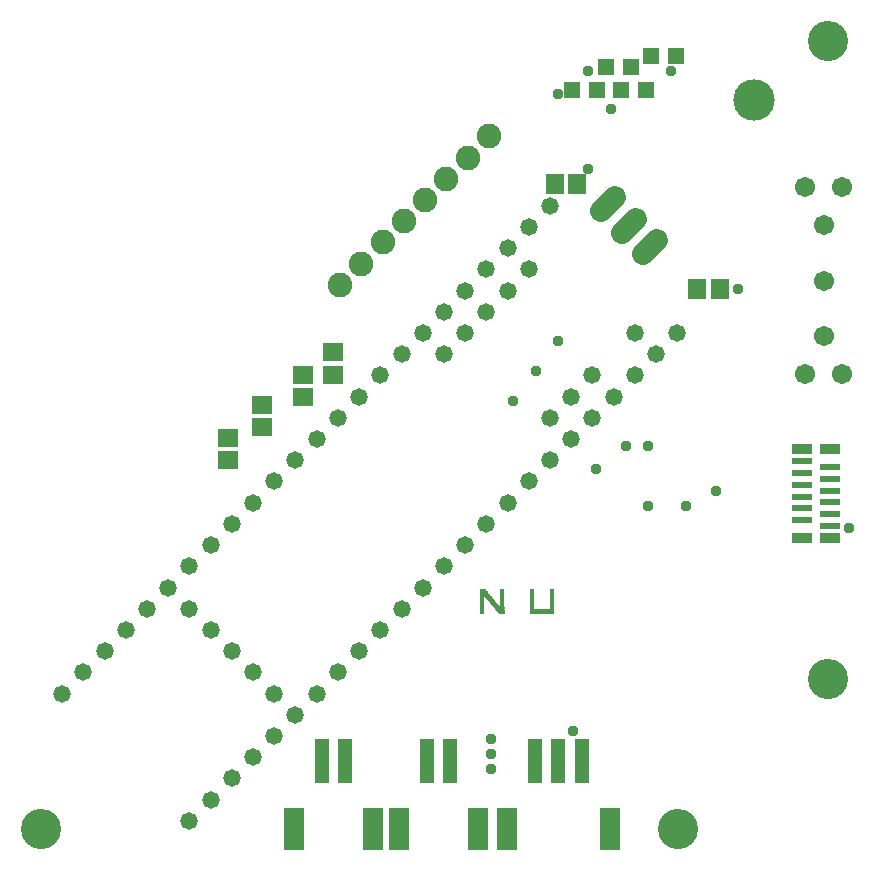
<source format=gts>
G04 EAGLE Gerber RS-274X export*
G75*
%MOMM*%
%FSLAX34Y34*%
%LPD*%
%INTop Solder Mask*%
%IPPOS*%
%AMOC8*
5,1,8,0,0,1.08239X$1,22.5*%
G01*
%ADD10R,0.406400X0.010156*%
%ADD11R,0.416556X0.010156*%
%ADD12R,2.092956X0.010156*%
%ADD13R,0.386081X0.010156*%
%ADD14R,0.386081X0.010162*%
%ADD15R,0.426719X0.010162*%
%ADD16R,2.092956X0.010162*%
%ADD17R,0.436881X0.010156*%
%ADD18R,0.447038X0.010156*%
%ADD19R,0.457200X0.010156*%
%ADD20R,0.467356X0.010156*%
%ADD21R,0.477519X0.010162*%
%ADD22R,0.477519X0.010156*%
%ADD23R,0.487681X0.010156*%
%ADD24R,0.497838X0.010156*%
%ADD25R,0.508000X0.010156*%
%ADD26R,0.508000X0.010162*%
%ADD27R,0.518156X0.010156*%
%ADD28R,0.528319X0.010156*%
%ADD29R,0.538481X0.010156*%
%ADD30R,0.548638X0.010156*%
%ADD31R,0.558800X0.010162*%
%ADD32R,0.558800X0.010156*%
%ADD33R,0.568956X0.010156*%
%ADD34R,0.579119X0.010156*%
%ADD35R,0.589281X0.010156*%
%ADD36R,0.599438X0.010162*%
%ADD37R,0.609600X0.010156*%
%ADD38R,0.619756X0.010156*%
%ADD39R,0.629919X0.010156*%
%ADD40R,0.640081X0.010156*%
%ADD41R,0.650238X0.010162*%
%ADD42R,0.650238X0.010156*%
%ADD43R,0.660400X0.010156*%
%ADD44R,0.670556X0.010156*%
%ADD45R,0.680719X0.010156*%
%ADD46R,0.690881X0.010162*%
%ADD47R,0.701037X0.010156*%
%ADD48R,0.711200X0.010156*%
%ADD49R,0.721356X0.010156*%
%ADD50R,0.731519X0.010156*%
%ADD51R,0.731519X0.010162*%
%ADD52R,0.741681X0.010156*%
%ADD53R,0.751838X0.010156*%
%ADD54R,0.396238X0.010156*%
%ADD55R,0.762000X0.010156*%
%ADD56R,0.772156X0.010156*%
%ADD57R,0.782319X0.010162*%
%ADD58R,0.406400X0.010162*%
%ADD59R,0.396238X0.010162*%
%ADD60R,0.792481X0.010156*%
%ADD61R,0.802638X0.010156*%
%ADD62R,0.812800X0.010156*%
%ADD63R,0.822956X0.010162*%
%ADD64R,0.833119X0.010156*%
%ADD65R,0.843281X0.010156*%
%ADD66R,0.853438X0.010156*%
%ADD67R,0.863600X0.010156*%
%ADD68R,0.873756X0.010162*%
%ADD69R,0.873756X0.010156*%
%ADD70R,0.883919X0.010156*%
%ADD71R,0.894081X0.010156*%
%ADD72R,0.904238X0.010156*%
%ADD73R,0.914400X0.010162*%
%ADD74R,0.924556X0.010156*%
%ADD75R,0.518162X0.010156*%
%ADD76R,0.518156X0.010162*%
%ADD77R,0.518162X0.010162*%
%ADD78R,0.528319X0.010162*%
%ADD79R,0.944881X0.010162*%
%ADD80R,0.934719X0.010156*%
%ADD81R,0.914400X0.010156*%
%ADD82R,0.904238X0.010162*%
%ADD83R,0.853438X0.010162*%
%ADD84R,0.822956X0.010156*%
%ADD85R,0.812800X0.010162*%
%ADD86R,0.782319X0.010156*%
%ADD87R,0.762000X0.010162*%
%ADD88R,0.721356X0.010162*%
%ADD89R,0.690881X0.010156*%
%ADD90R,0.670556X0.010162*%
%ADD91R,0.640081X0.010162*%
%ADD92R,0.467356X0.010162*%
%ADD93R,0.426719X0.010156*%
%ADD94R,1.403200X1.403200*%
%ADD95C,1.473200*%
%ADD96C,3.403200*%
%ADD97R,1.203200X3.703200*%
%ADD98R,1.703200X3.603200*%
%ADD99R,1.703200X1.503200*%
%ADD100R,1.803400X0.609600*%
%ADD101R,1.803400X0.812800*%
%ADD102C,1.711200*%
%ADD103C,1.879600*%
%ADD104C,3.505200*%
%ADD105R,1.503200X1.703200*%
%ADD106C,2.082800*%
%ADD107C,0.959600*%


D10*
X405435Y213055D03*
D11*
X422250Y213055D03*
D12*
X456032Y213055D03*
D13*
X405435Y213157D03*
D11*
X422148Y213157D03*
D12*
X456032Y213157D03*
D13*
X405435Y213258D03*
D11*
X422148Y213258D03*
D12*
X456032Y213258D03*
D14*
X405435Y213360D03*
D15*
X422097Y213360D03*
D16*
X456032Y213360D03*
D13*
X405435Y213462D03*
D17*
X422046Y213462D03*
D12*
X456032Y213462D03*
D13*
X405435Y213563D03*
D18*
X421996Y213563D03*
D12*
X456032Y213563D03*
D13*
X405435Y213665D03*
D19*
X421945Y213665D03*
D12*
X456032Y213665D03*
D13*
X405435Y213766D03*
D20*
X421894Y213766D03*
D12*
X456032Y213766D03*
D14*
X405435Y213868D03*
D21*
X421843Y213868D03*
D16*
X456032Y213868D03*
D13*
X405435Y213970D03*
D22*
X421843Y213970D03*
D12*
X456032Y213970D03*
D13*
X405435Y214071D03*
D23*
X421792Y214071D03*
D12*
X456032Y214071D03*
D13*
X405435Y214173D03*
D24*
X421742Y214173D03*
D12*
X456032Y214173D03*
D13*
X405435Y214274D03*
D25*
X421691Y214274D03*
D12*
X456032Y214274D03*
D14*
X405435Y214376D03*
D26*
X421691Y214376D03*
D16*
X456032Y214376D03*
D13*
X405435Y214478D03*
D27*
X421640Y214478D03*
D12*
X456032Y214478D03*
D13*
X405435Y214579D03*
D28*
X421589Y214579D03*
D12*
X456032Y214579D03*
D13*
X405435Y214681D03*
D29*
X421538Y214681D03*
D12*
X456032Y214681D03*
D13*
X405435Y214782D03*
D30*
X421488Y214782D03*
D12*
X456032Y214782D03*
D14*
X405435Y214884D03*
D31*
X421437Y214884D03*
D16*
X456032Y214884D03*
D13*
X405435Y214986D03*
D32*
X421437Y214986D03*
D12*
X456032Y214986D03*
D13*
X405435Y215087D03*
D33*
X421386Y215087D03*
D12*
X456032Y215087D03*
D13*
X405435Y215189D03*
D34*
X421335Y215189D03*
D12*
X456032Y215189D03*
D13*
X405435Y215290D03*
D35*
X421284Y215290D03*
D12*
X456032Y215290D03*
D14*
X405435Y215392D03*
D36*
X421234Y215392D03*
D16*
X456032Y215392D03*
D13*
X405435Y215494D03*
D37*
X421183Y215494D03*
D12*
X456032Y215494D03*
D13*
X405435Y215595D03*
D38*
X421132Y215595D03*
D12*
X456032Y215595D03*
D13*
X405435Y215697D03*
D39*
X421081Y215697D03*
D12*
X456032Y215697D03*
D13*
X405435Y215798D03*
D40*
X421030Y215798D03*
D12*
X456032Y215798D03*
D14*
X405435Y215900D03*
D41*
X420980Y215900D03*
D16*
X456032Y215900D03*
D13*
X405435Y216002D03*
D42*
X420980Y216002D03*
D12*
X456032Y216002D03*
D13*
X405435Y216103D03*
D43*
X420929Y216103D03*
D12*
X456032Y216103D03*
D13*
X405435Y216205D03*
D44*
X420878Y216205D03*
D12*
X456032Y216205D03*
D13*
X405435Y216306D03*
D45*
X420827Y216306D03*
D12*
X456032Y216306D03*
D14*
X405435Y216408D03*
D46*
X420776Y216408D03*
D16*
X456032Y216408D03*
D13*
X405435Y216510D03*
D47*
X420726Y216510D03*
D12*
X456032Y216510D03*
D13*
X405435Y216611D03*
D48*
X420675Y216611D03*
D12*
X456032Y216611D03*
D13*
X405435Y216713D03*
D49*
X420624Y216713D03*
D12*
X456032Y216713D03*
D13*
X405435Y216814D03*
D50*
X420573Y216814D03*
D12*
X456032Y216814D03*
D14*
X405435Y216916D03*
D51*
X420573Y216916D03*
D16*
X456032Y216916D03*
D13*
X405435Y217018D03*
D52*
X420522Y217018D03*
D12*
X456032Y217018D03*
D13*
X405435Y217119D03*
D53*
X420472Y217119D03*
D10*
X447599Y217119D03*
D54*
X464515Y217119D03*
D13*
X405435Y217221D03*
D55*
X420421Y217221D03*
D10*
X447599Y217221D03*
D54*
X464515Y217221D03*
D13*
X405435Y217322D03*
D56*
X420370Y217322D03*
D10*
X447599Y217322D03*
D54*
X464515Y217322D03*
D14*
X405435Y217424D03*
D57*
X420319Y217424D03*
D58*
X447599Y217424D03*
D59*
X464515Y217424D03*
D13*
X405435Y217526D03*
D60*
X420268Y217526D03*
D10*
X447599Y217526D03*
D54*
X464515Y217526D03*
D13*
X405435Y217627D03*
D61*
X420218Y217627D03*
D10*
X447599Y217627D03*
D54*
X464515Y217627D03*
D13*
X405435Y217729D03*
D62*
X420167Y217729D03*
D10*
X447599Y217729D03*
D54*
X464515Y217729D03*
D13*
X405435Y217830D03*
D62*
X420167Y217830D03*
D10*
X447599Y217830D03*
D54*
X464515Y217830D03*
D14*
X405435Y217932D03*
D63*
X420116Y217932D03*
D58*
X447599Y217932D03*
D59*
X464515Y217932D03*
D13*
X405435Y218034D03*
D64*
X420065Y218034D03*
D10*
X447599Y218034D03*
D54*
X464515Y218034D03*
D13*
X405435Y218135D03*
D65*
X420014Y218135D03*
D10*
X447599Y218135D03*
D54*
X464515Y218135D03*
D13*
X405435Y218237D03*
D66*
X419964Y218237D03*
D10*
X447599Y218237D03*
D54*
X464515Y218237D03*
D13*
X405435Y218338D03*
D67*
X419913Y218338D03*
D10*
X447599Y218338D03*
D54*
X464515Y218338D03*
D14*
X405435Y218440D03*
D68*
X419862Y218440D03*
D58*
X447599Y218440D03*
D59*
X464515Y218440D03*
D13*
X405435Y218542D03*
D69*
X419862Y218542D03*
D10*
X447599Y218542D03*
D54*
X464515Y218542D03*
D13*
X405435Y218643D03*
D70*
X419811Y218643D03*
D10*
X447599Y218643D03*
D54*
X464515Y218643D03*
D13*
X405435Y218745D03*
D71*
X419760Y218745D03*
D10*
X447599Y218745D03*
D54*
X464515Y218745D03*
D13*
X405435Y218846D03*
D72*
X419710Y218846D03*
D10*
X447599Y218846D03*
D54*
X464515Y218846D03*
D14*
X405435Y218948D03*
D73*
X419659Y218948D03*
D58*
X447599Y218948D03*
D59*
X464515Y218948D03*
D13*
X405435Y219050D03*
D74*
X419608Y219050D03*
D10*
X447599Y219050D03*
D54*
X464515Y219050D03*
D13*
X405435Y219151D03*
D25*
X417424Y219151D03*
D54*
X422250Y219151D03*
D10*
X447599Y219151D03*
D54*
X464515Y219151D03*
D13*
X405435Y219253D03*
D25*
X417424Y219253D03*
D54*
X422250Y219253D03*
D10*
X447599Y219253D03*
D54*
X464515Y219253D03*
D13*
X405435Y219354D03*
D25*
X417322Y219354D03*
D54*
X422250Y219354D03*
D10*
X447599Y219354D03*
D54*
X464515Y219354D03*
D14*
X405435Y219456D03*
D26*
X417220Y219456D03*
D59*
X422250Y219456D03*
D58*
X447599Y219456D03*
D59*
X464515Y219456D03*
D13*
X405435Y219558D03*
D25*
X417119Y219558D03*
D54*
X422250Y219558D03*
D10*
X447599Y219558D03*
D54*
X464515Y219558D03*
D13*
X405435Y219659D03*
D25*
X417017Y219659D03*
D54*
X422250Y219659D03*
D10*
X447599Y219659D03*
D54*
X464515Y219659D03*
D13*
X405435Y219761D03*
D75*
X416966Y219761D03*
D54*
X422250Y219761D03*
D10*
X447599Y219761D03*
D54*
X464515Y219761D03*
D13*
X405435Y219862D03*
D27*
X416865Y219862D03*
D54*
X422250Y219862D03*
D10*
X447599Y219862D03*
D54*
X464515Y219862D03*
D14*
X405435Y219964D03*
D76*
X416763Y219964D03*
D59*
X422250Y219964D03*
D58*
X447599Y219964D03*
D59*
X464515Y219964D03*
D13*
X405435Y220066D03*
D25*
X416712Y220066D03*
D54*
X422250Y220066D03*
D10*
X447599Y220066D03*
D54*
X464515Y220066D03*
D13*
X405435Y220167D03*
D25*
X416611Y220167D03*
D54*
X422250Y220167D03*
D10*
X447599Y220167D03*
D54*
X464515Y220167D03*
D13*
X405435Y220269D03*
D25*
X416509Y220269D03*
D54*
X422250Y220269D03*
D10*
X447599Y220269D03*
D54*
X464515Y220269D03*
D13*
X405435Y220370D03*
D25*
X416408Y220370D03*
D54*
X422250Y220370D03*
D10*
X447599Y220370D03*
D54*
X464515Y220370D03*
D14*
X405435Y220472D03*
D76*
X416357Y220472D03*
D59*
X422250Y220472D03*
D58*
X447599Y220472D03*
D59*
X464515Y220472D03*
D13*
X405435Y220574D03*
D27*
X416255Y220574D03*
D54*
X422250Y220574D03*
D10*
X447599Y220574D03*
D54*
X464515Y220574D03*
D13*
X405435Y220675D03*
D27*
X416154Y220675D03*
D54*
X422250Y220675D03*
D10*
X447599Y220675D03*
D54*
X464515Y220675D03*
D13*
X405435Y220777D03*
D27*
X416052Y220777D03*
D54*
X422250Y220777D03*
D10*
X447599Y220777D03*
D54*
X464515Y220777D03*
D13*
X405435Y220878D03*
D25*
X416001Y220878D03*
D54*
X422250Y220878D03*
D10*
X447599Y220878D03*
D54*
X464515Y220878D03*
D14*
X405435Y220980D03*
D26*
X415900Y220980D03*
D59*
X422250Y220980D03*
D58*
X447599Y220980D03*
D59*
X464515Y220980D03*
D13*
X405435Y221082D03*
D25*
X415798Y221082D03*
D54*
X422250Y221082D03*
D10*
X447599Y221082D03*
D54*
X464515Y221082D03*
D13*
X405435Y221183D03*
D27*
X415747Y221183D03*
D54*
X422250Y221183D03*
D10*
X447599Y221183D03*
D54*
X464515Y221183D03*
D13*
X405435Y221285D03*
D27*
X415646Y221285D03*
D54*
X422250Y221285D03*
D10*
X447599Y221285D03*
D54*
X464515Y221285D03*
D13*
X405435Y221386D03*
D27*
X415544Y221386D03*
D54*
X422250Y221386D03*
D10*
X447599Y221386D03*
D54*
X464515Y221386D03*
D14*
X405435Y221488D03*
D77*
X415442Y221488D03*
D59*
X422250Y221488D03*
D58*
X447599Y221488D03*
D59*
X464515Y221488D03*
D13*
X405435Y221590D03*
D27*
X415341Y221590D03*
D54*
X422250Y221590D03*
D10*
X447599Y221590D03*
D54*
X464515Y221590D03*
D13*
X405435Y221691D03*
D27*
X415239Y221691D03*
D54*
X422250Y221691D03*
D10*
X447599Y221691D03*
D54*
X464515Y221691D03*
D13*
X405435Y221793D03*
D27*
X415239Y221793D03*
D54*
X422250Y221793D03*
D10*
X447599Y221793D03*
D54*
X464515Y221793D03*
D13*
X405435Y221894D03*
D27*
X415138Y221894D03*
D54*
X422250Y221894D03*
D10*
X447599Y221894D03*
D54*
X464515Y221894D03*
D14*
X405435Y221996D03*
D76*
X415036Y221996D03*
D59*
X422250Y221996D03*
D58*
X447599Y221996D03*
D59*
X464515Y221996D03*
D13*
X405435Y222098D03*
D75*
X414934Y222098D03*
D54*
X422250Y222098D03*
D10*
X447599Y222098D03*
D54*
X464515Y222098D03*
D13*
X405435Y222199D03*
D27*
X414833Y222199D03*
D54*
X422250Y222199D03*
D10*
X447599Y222199D03*
D54*
X464515Y222199D03*
D13*
X405435Y222301D03*
D27*
X414731Y222301D03*
D54*
X422250Y222301D03*
D10*
X447599Y222301D03*
D54*
X464515Y222301D03*
D13*
X405435Y222402D03*
D25*
X414680Y222402D03*
D54*
X422250Y222402D03*
D10*
X447599Y222402D03*
D54*
X464515Y222402D03*
D14*
X405435Y222504D03*
D76*
X414630Y222504D03*
D59*
X422250Y222504D03*
D58*
X447599Y222504D03*
D59*
X464515Y222504D03*
D13*
X405435Y222606D03*
D27*
X414528Y222606D03*
D54*
X422250Y222606D03*
D10*
X447599Y222606D03*
D54*
X464515Y222606D03*
D13*
X405435Y222707D03*
D75*
X414426Y222707D03*
D54*
X422250Y222707D03*
D10*
X447599Y222707D03*
D54*
X464515Y222707D03*
D13*
X405435Y222809D03*
D28*
X414376Y222809D03*
D54*
X422250Y222809D03*
D10*
X447599Y222809D03*
D54*
X464515Y222809D03*
D13*
X405435Y222910D03*
D28*
X414274Y222910D03*
D54*
X422250Y222910D03*
D10*
X447599Y222910D03*
D54*
X464515Y222910D03*
D14*
X405435Y223012D03*
D76*
X414223Y223012D03*
D59*
X422250Y223012D03*
D58*
X447599Y223012D03*
D59*
X464515Y223012D03*
D13*
X405435Y223114D03*
D27*
X414122Y223114D03*
D54*
X422250Y223114D03*
D10*
X447599Y223114D03*
D54*
X464515Y223114D03*
D13*
X405435Y223215D03*
D27*
X414020Y223215D03*
D54*
X422250Y223215D03*
D10*
X447599Y223215D03*
D54*
X464515Y223215D03*
D13*
X405435Y223317D03*
D75*
X413918Y223317D03*
D54*
X422250Y223317D03*
D10*
X447599Y223317D03*
D54*
X464515Y223317D03*
D13*
X405435Y223418D03*
D27*
X413817Y223418D03*
D54*
X422250Y223418D03*
D10*
X447599Y223418D03*
D54*
X464515Y223418D03*
D14*
X405435Y223520D03*
D76*
X413715Y223520D03*
D59*
X422250Y223520D03*
D58*
X447599Y223520D03*
D59*
X464515Y223520D03*
D13*
X405435Y223622D03*
D27*
X413614Y223622D03*
D54*
X422250Y223622D03*
D10*
X447599Y223622D03*
D54*
X464515Y223622D03*
D13*
X405435Y223723D03*
D27*
X413512Y223723D03*
D54*
X422250Y223723D03*
D10*
X447599Y223723D03*
D54*
X464515Y223723D03*
D13*
X405435Y223825D03*
D28*
X413461Y223825D03*
D54*
X422250Y223825D03*
D10*
X447599Y223825D03*
D54*
X464515Y223825D03*
D13*
X405435Y223926D03*
D75*
X413410Y223926D03*
D54*
X422250Y223926D03*
D10*
X447599Y223926D03*
D54*
X464515Y223926D03*
D14*
X405435Y224028D03*
D76*
X413309Y224028D03*
D59*
X422250Y224028D03*
D58*
X447599Y224028D03*
D59*
X464515Y224028D03*
D13*
X405435Y224130D03*
D27*
X413207Y224130D03*
D54*
X422250Y224130D03*
D10*
X447599Y224130D03*
D54*
X464515Y224130D03*
D13*
X405435Y224231D03*
D27*
X413106Y224231D03*
D54*
X422250Y224231D03*
D10*
X447599Y224231D03*
D54*
X464515Y224231D03*
D13*
X405435Y224333D03*
D27*
X413004Y224333D03*
D54*
X422250Y224333D03*
D10*
X447599Y224333D03*
D54*
X464515Y224333D03*
D13*
X405435Y224434D03*
D75*
X412902Y224434D03*
D54*
X422250Y224434D03*
D10*
X447599Y224434D03*
D54*
X464515Y224434D03*
D14*
X405435Y224536D03*
D78*
X412852Y224536D03*
D59*
X422250Y224536D03*
D58*
X447599Y224536D03*
D59*
X464515Y224536D03*
D13*
X405435Y224638D03*
D28*
X412750Y224638D03*
D54*
X422250Y224638D03*
D10*
X447599Y224638D03*
D54*
X464515Y224638D03*
D13*
X405435Y224739D03*
D28*
X412648Y224739D03*
D54*
X422250Y224739D03*
D10*
X447599Y224739D03*
D54*
X464515Y224739D03*
D13*
X405435Y224841D03*
D28*
X412547Y224841D03*
D54*
X422250Y224841D03*
D10*
X447599Y224841D03*
D54*
X464515Y224841D03*
D13*
X405435Y224942D03*
D28*
X412445Y224942D03*
D54*
X422250Y224942D03*
D10*
X447599Y224942D03*
D54*
X464515Y224942D03*
D14*
X405435Y225044D03*
D77*
X412394Y225044D03*
D59*
X422250Y225044D03*
D58*
X447599Y225044D03*
D59*
X464515Y225044D03*
D13*
X405435Y225146D03*
D28*
X412344Y225146D03*
D54*
X422250Y225146D03*
D10*
X447599Y225146D03*
D54*
X464515Y225146D03*
D13*
X405435Y225247D03*
D28*
X412242Y225247D03*
D54*
X422250Y225247D03*
D10*
X447599Y225247D03*
D54*
X464515Y225247D03*
D13*
X405435Y225349D03*
D28*
X412140Y225349D03*
D54*
X422250Y225349D03*
D10*
X447599Y225349D03*
D54*
X464515Y225349D03*
D13*
X405435Y225450D03*
D28*
X412039Y225450D03*
D54*
X422250Y225450D03*
D10*
X447599Y225450D03*
D54*
X464515Y225450D03*
D14*
X405435Y225552D03*
D78*
X411937Y225552D03*
D59*
X422250Y225552D03*
D58*
X447599Y225552D03*
D59*
X464515Y225552D03*
D13*
X405435Y225654D03*
D28*
X411836Y225654D03*
D54*
X422250Y225654D03*
D10*
X447599Y225654D03*
D54*
X464515Y225654D03*
D13*
X405435Y225755D03*
D27*
X411785Y225755D03*
D54*
X422250Y225755D03*
D10*
X447599Y225755D03*
D54*
X464515Y225755D03*
D13*
X405435Y225857D03*
D28*
X411734Y225857D03*
D54*
X422250Y225857D03*
D10*
X447599Y225857D03*
D54*
X464515Y225857D03*
D13*
X405435Y225958D03*
D28*
X411632Y225958D03*
D54*
X422250Y225958D03*
D10*
X447599Y225958D03*
D54*
X464515Y225958D03*
D14*
X405435Y226060D03*
D78*
X411531Y226060D03*
D59*
X422250Y226060D03*
D58*
X447599Y226060D03*
D59*
X464515Y226060D03*
D13*
X405435Y226162D03*
D28*
X411429Y226162D03*
D54*
X422250Y226162D03*
D10*
X447599Y226162D03*
D54*
X464515Y226162D03*
D13*
X405435Y226263D03*
D28*
X411328Y226263D03*
D54*
X422250Y226263D03*
D10*
X447599Y226263D03*
D54*
X464515Y226263D03*
D13*
X405435Y226365D03*
D27*
X411277Y226365D03*
D54*
X422250Y226365D03*
D10*
X447599Y226365D03*
D54*
X464515Y226365D03*
D13*
X405435Y226466D03*
D27*
X411175Y226466D03*
D54*
X422250Y226466D03*
D10*
X447599Y226466D03*
D54*
X464515Y226466D03*
D14*
X405435Y226568D03*
D76*
X411074Y226568D03*
D59*
X422250Y226568D03*
D58*
X447599Y226568D03*
D59*
X464515Y226568D03*
D13*
X405435Y226670D03*
D28*
X411023Y226670D03*
D54*
X422250Y226670D03*
D10*
X447599Y226670D03*
D54*
X464515Y226670D03*
D13*
X405435Y226771D03*
D28*
X410921Y226771D03*
D54*
X422250Y226771D03*
D10*
X447599Y226771D03*
D54*
X464515Y226771D03*
D13*
X405435Y226873D03*
D28*
X410820Y226873D03*
D54*
X422250Y226873D03*
D10*
X447599Y226873D03*
D54*
X464515Y226873D03*
D13*
X405435Y226974D03*
D28*
X410820Y226974D03*
D54*
X422250Y226974D03*
D10*
X447599Y226974D03*
D54*
X464515Y226974D03*
D14*
X405435Y227076D03*
D78*
X410718Y227076D03*
D59*
X422250Y227076D03*
D58*
X447599Y227076D03*
D59*
X464515Y227076D03*
D13*
X405435Y227178D03*
D28*
X410616Y227178D03*
D54*
X422250Y227178D03*
D10*
X447599Y227178D03*
D54*
X464515Y227178D03*
D13*
X405435Y227279D03*
D28*
X410515Y227279D03*
D54*
X422250Y227279D03*
D10*
X447599Y227279D03*
D54*
X464515Y227279D03*
D13*
X405435Y227381D03*
D28*
X410413Y227381D03*
D54*
X422250Y227381D03*
D10*
X447599Y227381D03*
D54*
X464515Y227381D03*
X405486Y227482D03*
D29*
X410362Y227482D03*
D54*
X422250Y227482D03*
D10*
X447599Y227482D03*
D54*
X464515Y227482D03*
D79*
X408229Y227584D03*
D59*
X422250Y227584D03*
D58*
X447599Y227584D03*
D59*
X464515Y227584D03*
D80*
X408178Y227686D03*
D54*
X422250Y227686D03*
D10*
X447599Y227686D03*
D54*
X464515Y227686D03*
D74*
X408127Y227787D03*
D54*
X422250Y227787D03*
D10*
X447599Y227787D03*
D54*
X464515Y227787D03*
D81*
X408076Y227889D03*
D54*
X422250Y227889D03*
D10*
X447599Y227889D03*
D54*
X464515Y227889D03*
D72*
X408026Y227990D03*
D54*
X422250Y227990D03*
D10*
X447599Y227990D03*
D54*
X464515Y227990D03*
D82*
X408026Y228092D03*
D59*
X422250Y228092D03*
D58*
X447599Y228092D03*
D59*
X464515Y228092D03*
D71*
X407975Y228194D03*
D54*
X422250Y228194D03*
D10*
X447599Y228194D03*
D54*
X464515Y228194D03*
D70*
X407924Y228295D03*
D54*
X422250Y228295D03*
D10*
X447599Y228295D03*
D54*
X464515Y228295D03*
D69*
X407873Y228397D03*
D54*
X422250Y228397D03*
D10*
X447599Y228397D03*
D54*
X464515Y228397D03*
D67*
X407822Y228498D03*
D54*
X422250Y228498D03*
D10*
X447599Y228498D03*
D54*
X464515Y228498D03*
D83*
X407772Y228600D03*
D59*
X422250Y228600D03*
D58*
X447599Y228600D03*
D59*
X464515Y228600D03*
D65*
X407721Y228702D03*
D54*
X422250Y228702D03*
D10*
X447599Y228702D03*
D54*
X464515Y228702D03*
D65*
X407721Y228803D03*
D54*
X422250Y228803D03*
D10*
X447599Y228803D03*
D54*
X464515Y228803D03*
D64*
X407670Y228905D03*
D54*
X422250Y228905D03*
D10*
X447599Y228905D03*
D54*
X464515Y228905D03*
D84*
X407619Y229006D03*
D54*
X422250Y229006D03*
D10*
X447599Y229006D03*
D54*
X464515Y229006D03*
D85*
X407568Y229108D03*
D59*
X422250Y229108D03*
D58*
X447599Y229108D03*
D59*
X464515Y229108D03*
D61*
X407518Y229210D03*
D54*
X422250Y229210D03*
D10*
X447599Y229210D03*
D54*
X464515Y229210D03*
D60*
X407467Y229311D03*
D54*
X422250Y229311D03*
D10*
X447599Y229311D03*
D54*
X464515Y229311D03*
D86*
X407416Y229413D03*
D54*
X422250Y229413D03*
D10*
X447599Y229413D03*
D54*
X464515Y229413D03*
D56*
X407365Y229514D03*
D54*
X422250Y229514D03*
D10*
X447599Y229514D03*
D54*
X464515Y229514D03*
D87*
X407314Y229616D03*
D59*
X422250Y229616D03*
D58*
X447599Y229616D03*
D59*
X464515Y229616D03*
D53*
X407264Y229718D03*
D54*
X422250Y229718D03*
D10*
X447599Y229718D03*
D54*
X464515Y229718D03*
D52*
X407213Y229819D03*
D54*
X422250Y229819D03*
D10*
X447599Y229819D03*
D54*
X464515Y229819D03*
D50*
X407162Y229921D03*
D54*
X422250Y229921D03*
D10*
X447599Y229921D03*
D54*
X464515Y229921D03*
D50*
X407162Y230022D03*
D54*
X422250Y230022D03*
D10*
X447599Y230022D03*
D54*
X464515Y230022D03*
D88*
X407111Y230124D03*
D59*
X422250Y230124D03*
D58*
X447599Y230124D03*
D59*
X464515Y230124D03*
D48*
X407060Y230226D03*
D54*
X422250Y230226D03*
D10*
X447599Y230226D03*
D54*
X464515Y230226D03*
D47*
X407010Y230327D03*
D54*
X422250Y230327D03*
D10*
X447599Y230327D03*
D54*
X464515Y230327D03*
D89*
X406959Y230429D03*
D54*
X422250Y230429D03*
D10*
X447599Y230429D03*
D54*
X464515Y230429D03*
D45*
X406908Y230530D03*
D54*
X422250Y230530D03*
D10*
X447599Y230530D03*
D54*
X464515Y230530D03*
D90*
X406857Y230632D03*
D59*
X422250Y230632D03*
D58*
X447599Y230632D03*
D59*
X464515Y230632D03*
D44*
X406857Y230734D03*
D54*
X422250Y230734D03*
D10*
X447599Y230734D03*
D54*
X464515Y230734D03*
D43*
X406806Y230835D03*
D54*
X422250Y230835D03*
D10*
X447599Y230835D03*
D54*
X464515Y230835D03*
D42*
X406756Y230937D03*
D54*
X422250Y230937D03*
D10*
X447599Y230937D03*
D54*
X464515Y230937D03*
D40*
X406705Y231038D03*
D54*
X422250Y231038D03*
D10*
X447599Y231038D03*
D54*
X464515Y231038D03*
D91*
X406705Y231140D03*
D59*
X422250Y231140D03*
D58*
X447599Y231140D03*
D59*
X464515Y231140D03*
D39*
X406654Y231242D03*
D54*
X422250Y231242D03*
D10*
X447599Y231242D03*
D54*
X464515Y231242D03*
D38*
X406603Y231343D03*
D54*
X422250Y231343D03*
D10*
X447599Y231343D03*
D54*
X464515Y231343D03*
D37*
X406552Y231445D03*
D54*
X422250Y231445D03*
D10*
X447599Y231445D03*
D54*
X464515Y231445D03*
D37*
X406552Y231546D03*
D54*
X422250Y231546D03*
D10*
X447599Y231546D03*
D54*
X464515Y231546D03*
D36*
X406502Y231648D03*
D59*
X422250Y231648D03*
D58*
X447599Y231648D03*
D59*
X464515Y231648D03*
D35*
X406451Y231750D03*
D54*
X422250Y231750D03*
D10*
X447599Y231750D03*
D54*
X464515Y231750D03*
D34*
X406400Y231851D03*
D54*
X422250Y231851D03*
D10*
X447599Y231851D03*
D54*
X464515Y231851D03*
D33*
X406349Y231953D03*
D54*
X422250Y231953D03*
D10*
X447599Y231953D03*
D54*
X464515Y231953D03*
D32*
X406298Y232054D03*
D54*
X422250Y232054D03*
D10*
X447599Y232054D03*
D54*
X464515Y232054D03*
D31*
X406298Y232156D03*
D59*
X422250Y232156D03*
D58*
X447599Y232156D03*
D59*
X464515Y232156D03*
D30*
X406248Y232258D03*
D54*
X422250Y232258D03*
D10*
X447599Y232258D03*
D54*
X464515Y232258D03*
D29*
X406197Y232359D03*
D54*
X422250Y232359D03*
D10*
X447599Y232359D03*
D54*
X464515Y232359D03*
D28*
X406146Y232461D03*
D54*
X422250Y232461D03*
D10*
X447599Y232461D03*
D54*
X464515Y232461D03*
D27*
X406095Y232562D03*
D54*
X422250Y232562D03*
D10*
X447599Y232562D03*
D54*
X464515Y232562D03*
D26*
X406044Y232664D03*
D59*
X422250Y232664D03*
D58*
X447599Y232664D03*
D59*
X464515Y232664D03*
D24*
X405994Y232766D03*
D54*
X422250Y232766D03*
D10*
X447599Y232766D03*
D54*
X464515Y232766D03*
D24*
X405994Y232867D03*
D54*
X422250Y232867D03*
D10*
X447599Y232867D03*
D54*
X464515Y232867D03*
D23*
X405943Y232969D03*
D54*
X422250Y232969D03*
D10*
X447599Y232969D03*
D54*
X464515Y232969D03*
D22*
X405892Y233070D03*
D54*
X422250Y233070D03*
D10*
X447599Y233070D03*
D54*
X464515Y233070D03*
D92*
X405841Y233172D03*
D59*
X422250Y233172D03*
D58*
X447599Y233172D03*
D59*
X464515Y233172D03*
D19*
X405790Y233274D03*
D54*
X422250Y233274D03*
D10*
X447599Y233274D03*
D54*
X464515Y233274D03*
D18*
X405740Y233375D03*
D54*
X422250Y233375D03*
D10*
X447599Y233375D03*
D54*
X464515Y233375D03*
D17*
X405689Y233477D03*
D54*
X422250Y233477D03*
D10*
X447599Y233477D03*
D54*
X464515Y233477D03*
D93*
X405638Y233578D03*
D54*
X422250Y233578D03*
D10*
X447599Y233578D03*
D54*
X464515Y233578D03*
D15*
X405638Y233680D03*
D59*
X422250Y233680D03*
D58*
X447599Y233680D03*
D59*
X464515Y233680D03*
D11*
X405587Y233782D03*
D54*
X422250Y233782D03*
D10*
X447599Y233782D03*
D54*
X464515Y233782D03*
D11*
X405486Y233883D03*
D54*
X422250Y233883D03*
D10*
X447599Y233883D03*
D54*
X464515Y233883D03*
D94*
X569300Y685800D03*
X548300Y685800D03*
X522900Y657225D03*
X543900Y657225D03*
X510200Y676275D03*
X531200Y676275D03*
D95*
X444842Y541181D03*
X426881Y523221D03*
X408921Y505260D03*
X390960Y487300D03*
X373000Y469339D03*
X355039Y451379D03*
X337079Y433418D03*
X319118Y415458D03*
X301158Y397497D03*
X283197Y379537D03*
X265237Y361576D03*
X247276Y343616D03*
X229316Y325655D03*
X211355Y307695D03*
X193395Y289734D03*
X175434Y271774D03*
X157474Y253813D03*
X139513Y235853D03*
X121553Y217892D03*
X103592Y199932D03*
X85632Y181971D03*
X67671Y164011D03*
X49711Y146050D03*
X157474Y38287D03*
X175434Y56247D03*
X193395Y74208D03*
X211355Y92168D03*
X229316Y110129D03*
X247276Y128089D03*
X265237Y146050D03*
X283197Y164011D03*
X301158Y181971D03*
X319118Y199932D03*
X337079Y217892D03*
X355039Y235853D03*
X373000Y253813D03*
X390960Y271774D03*
X408921Y289734D03*
X426881Y307695D03*
X444842Y325655D03*
X462802Y343616D03*
X480763Y361576D03*
X498723Y379537D03*
X516684Y397497D03*
X552605Y433418D03*
X462802Y559142D03*
X570565Y451379D03*
X534644Y415458D03*
X157474Y217892D03*
X175434Y199932D03*
X193395Y181971D03*
X211355Y164011D03*
X229316Y146050D03*
X444842Y505260D03*
X426881Y487300D03*
X408921Y469339D03*
X390960Y451379D03*
X373000Y433418D03*
X534644Y451379D03*
X498723Y415458D03*
X480763Y397497D03*
X462802Y379537D03*
D96*
X31750Y31750D03*
X571500Y31750D03*
X698500Y158750D03*
X698500Y698500D03*
D97*
X378300Y88900D03*
X358300Y88900D03*
D98*
X401800Y31400D03*
X334800Y31400D03*
D97*
X289400Y88900D03*
X269400Y88900D03*
D98*
X312900Y31400D03*
X245900Y31400D03*
D97*
X449900Y88900D03*
X469900Y88900D03*
X489900Y88900D03*
D98*
X513400Y31400D03*
X426400Y31400D03*
D99*
X190500Y362560D03*
X190500Y343560D03*
X279400Y434950D03*
X279400Y415950D03*
X254000Y415900D03*
X254000Y396900D03*
D100*
X676148Y342900D03*
X700024Y337900D03*
X676148Y332900D03*
X700024Y327900D03*
X676148Y322900D03*
X700024Y317900D03*
X676148Y312900D03*
X700024Y307900D03*
X676148Y302900D03*
X700024Y297900D03*
X676148Y292900D03*
X700024Y287900D03*
D101*
X700024Y277935D03*
X700024Y352865D03*
X676148Y277935D03*
X676148Y352865D03*
D102*
X694380Y495763D03*
X694380Y448773D03*
X694380Y542753D03*
X710382Y574757D03*
X678378Y574757D03*
X710382Y416769D03*
X678378Y416769D03*
D94*
X481625Y657225D03*
X502625Y657225D03*
D99*
X219075Y390500D03*
X219075Y371500D03*
D103*
X505661Y554282D02*
X517515Y566136D01*
X535475Y548175D02*
X523621Y536321D01*
X541582Y518361D02*
X553436Y530215D01*
D104*
X635515Y648215D03*
D105*
X466750Y577850D03*
X485750Y577850D03*
X587400Y488950D03*
X606400Y488950D03*
D106*
X410890Y617810D03*
X392930Y599849D03*
X374969Y581889D03*
X357009Y563928D03*
X339048Y545968D03*
X321088Y528007D03*
X303127Y510047D03*
X285167Y492086D03*
D107*
X501650Y336550D03*
X450850Y419100D03*
X431800Y393700D03*
X577850Y304800D03*
X546100Y355600D03*
X546100Y304800D03*
X527050Y355600D03*
X412750Y107950D03*
X412750Y95250D03*
X412750Y82550D03*
X495300Y590550D03*
X622300Y488950D03*
X715546Y286289D03*
X514350Y641350D03*
X495300Y673326D03*
X469900Y654050D03*
X565150Y673100D03*
X603250Y317500D03*
X469900Y444500D03*
X482600Y114300D03*
M02*

</source>
